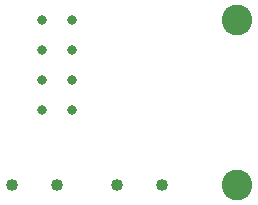
<source format=gbr>
G04 PROTEUS GERBER X2 FILE*
%TF.GenerationSoftware,Labcenter,Proteus,8.6-SP2-Build23525*%
%TF.CreationDate,2017-05-05T12:43:17+00:00*%
%TF.FileFunction,Plated,1,2,PTH*%
%TF.FilePolarity,Positive*%
%TF.Part,Single*%
%FSLAX45Y45*%
%MOMM*%
G01*
%TA.AperFunction,ComponentDrill*%
%ADD30C,1.016000*%
%TA.AperFunction,ComponentDrill*%
%ADD31C,0.812800*%
%TA.AperFunction,OtherDrill,Unknown*%
%ADD32C,1.016000*%
%ADD33C,2.600000*%
%TD.AperFunction*%
D30*
X+762000Y+254000D03*
D31*
X+889000Y+1651000D03*
X+889000Y+1397000D03*
X+889000Y+1143000D03*
X+889000Y+889000D03*
X+635000Y+889000D03*
X+635000Y+1143000D03*
X+635000Y+1397000D03*
X+635000Y+1651000D03*
D32*
X+1270000Y+254000D03*
X+1651000Y+254000D03*
X+381000Y+254000D03*
D33*
X+2286000Y+1651000D03*
X+2286000Y+254000D03*
M02*

</source>
